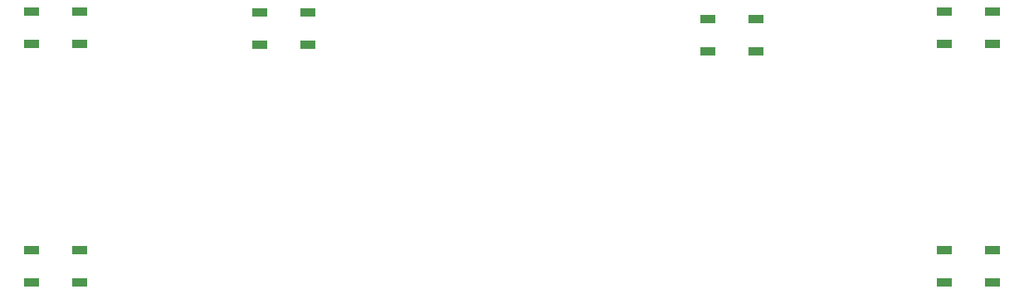
<source format=gtp>
G75*
%MOIN*%
%OFA0B0*%
%FSLAX25Y25*%
%IPPOS*%
%LPD*%
%AMOC8*
5,1,8,0,0,1.08239X$1,22.5*
%
%ADD10R,0.05906X0.03543*%
D10*
X0038854Y0120604D03*
X0038854Y0133596D03*
X0058146Y0133596D03*
X0058146Y0120604D03*
X0130454Y0216504D03*
X0149746Y0216504D03*
X0149746Y0229496D03*
X0130454Y0229496D03*
X0058146Y0229796D03*
X0058146Y0216804D03*
X0038854Y0216804D03*
X0038854Y0229796D03*
X0310454Y0226740D03*
X0329746Y0226740D03*
X0329746Y0213748D03*
X0310454Y0213748D03*
X0405354Y0216804D03*
X0405354Y0229796D03*
X0424646Y0229796D03*
X0424646Y0216804D03*
X0424646Y0133596D03*
X0424646Y0120604D03*
X0405354Y0120604D03*
X0405354Y0133596D03*
M02*

</source>
